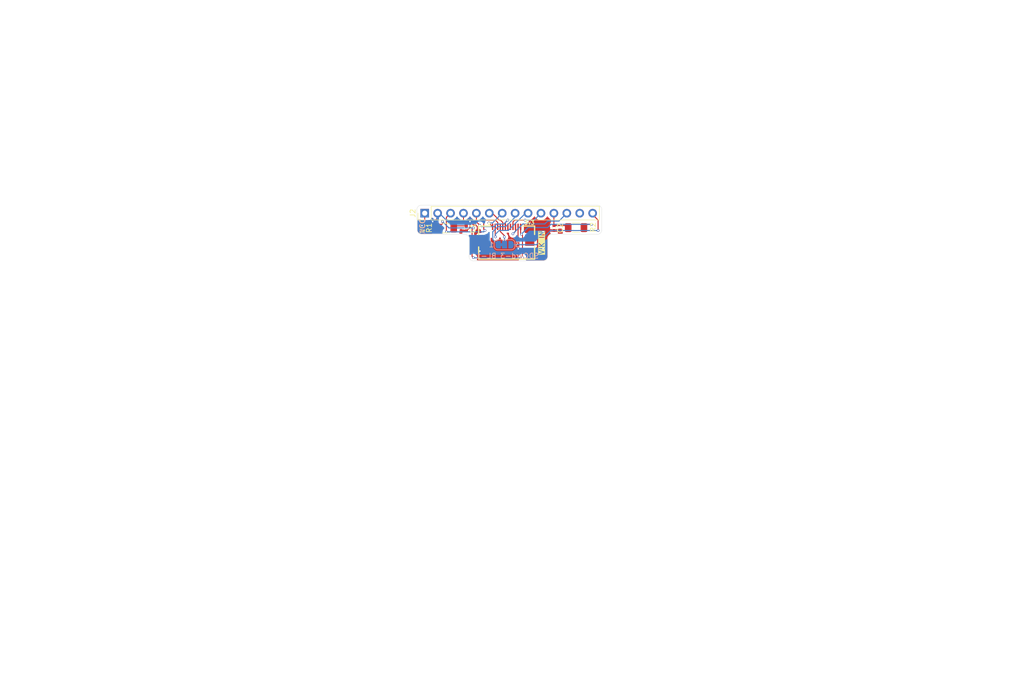
<source format=kicad_pcb>
(kicad_pcb (version 20221018) (generator pcbnew)
  (layers (0 "F.Cu" signal) (31 "B.Cu" signal) (34 "B.Paste" user) (35 "F.Paste" user) (36 "B.SilkS" user "B.Silkscreen") (37 "F.SilkS" user "F.Silkscreen") (38 "B.Mask" user) (39 "F.Mask" user) (44 "Edge.Cuts" user))
  (net 0 "")
  (net 1 "GND")
  (net 2 "+5V")
  (net 3 "rgb_led_in")
  (net 4 "GPIO_AD2")
  (net 5 "SDA")
  (net 6 "SCL")
  (net 7 "+3V3")
  (net 8 "MOSI")
  (net 9 "SPI_CS")
  (net 10 "MISO")
  (net 11 "SCLK")
  (net 12 "GPIO_AD1")
  (net 13 "Net-(J2-Pin_4)")
  (net 14 "Net-(J2-Pin_11)")
  (net 15 "Net-(J2-Pin_8)")
  (net 16 "Net-(J2-Pin_14)")
  (footprint "Connector_PinHeader_2.54mm:PinHeader_1x14_P2.54mm_Vertical" (layer "F.Cu") (at 158.07 100.49 90)
    (fp_text reference "J2" (at 0 -2.33 90) (layer "F.SilkS"))
    (fp_text value "Conn_01x14_Socket")
    (fp_line (start -1.33 -1.33) (end 0 -1.33) (stroke (width 0.12)) (layer "F.SilkS"))
    (fp_line (start -1.33 0) (end -1.33 -1.33) (stroke (width 0.12)) (layer "F.SilkS"))
    (fp_line (start -1.33 1.27) (end -1.33 34.35) (stroke (width 0.12)) (layer "F.SilkS"))
    (fp_line (start -1.33 1.27) (end 1.33 1.27) (stroke (width 0.12)) (layer "F.SilkS"))
    (fp_line (start -1.33 34.35) (end 1.33 34.35) (stroke (width 0.12)) (layer "F.SilkS"))
    (fp_line (start 1.33 1.27) (end 1.33 34.35) (stroke (width 0.12)) (layer "F.SilkS"))
    (pad "1" thru_hole rect (at 0 0 90) (size 1.7 1.7) (drill 1) (layers "*.Cu" "*.Mask") (net 7 "+3V3"))
    (pad "2" thru_hole oval (at 0 2.54 90) (size 1.7 1.7) (drill 1) (layers "*.Cu" "*.Mask") (net 1 "GND"))
    (pad "3" thru_hole oval (at 0 5.08 90) (size 1.7 1.7) (drill 1) (layers "*.Cu" "*.Mask") (net 9 "SPI_CS"))
    (pad "4" thru_hole oval (at 0 7.62 90) (size 1.7 1.7) (drill 1) (layers "*.Cu" "*.Mask") (net 13 "Net-(J2-Pin_4)"))
    (pad "5" thru_hole oval (at 0 10.16 90) (size 1.7 1.7) (drill 1) (layers "*.Cu" "*.Mask") (net 12 "GPIO_AD1"))
    (pad "6" thru_hole oval (at 0 12.7 90) (size 1.7 1.7) (drill 1) (layers "*.Cu" "*.Mask") (net 8 "MOSI"))
    (pad "7" thru_hole oval (at 0 15.24 90) (size 1.7 1.7) (drill 1) (layers "*.Cu" "*.Mask") (net 11 "SCLK"))
    (pad "8" thru_hole oval (at 0 17.78 90) (size 1.7 1.7) (drill 1) (layers "*.Cu" "*.Mask") (net 15 "Net-(J2-Pin_8)"))
    (pad "9" thru_hole oval (at 0 20.32 90) (size 1.7 1.7) (drill 1) (layers "*.Cu" "*.Mask") (net 10 "MISO"))
    (pad "10" thru_hole oval (at 0 22.86 90) (size 1.7 1.7) (drill 1) (layers "*.Cu" "*.Mask") (net 6 "SCL"))
    (pad "11" thru_hole oval (at 0 25.4 90) (size 1.7 1.7) (drill 1) (layers "*.Cu" "*.Mask") (net 14 "Net-(J2-Pin_11)"))
    (pad "12" thru_hole oval (at 0 27.94 90) (size 1.7 1.7) (drill 1) (layers "*.Cu" "*.Mask") (net 5 "SDA"))
    (pad "13" thru_hole oval (at 0 30.48 90) (size 1.7 1.7) (drill 1) (layers "*.Cu" "*.Mask"))
    (pad "14" thru_hole oval (at 0 33.02 90) (size 1.7 1.7) (drill 1) (layers "*.Cu" "*.Mask") (net 16 "Net-(J2-Pin_14)"))
  )
  (footprint "Capacitor_SMD:C_0402_1005Metric" (layer "F.Cu") (at 183.5 103.4 90)
    (fp_text reference "C2" (at -0.01 1.21 90) (layer "F.SilkS"))
    (fp_text value "1u")
    (fp_line (start -0.107836 -0.36) (end 0.107836 -0.36) (stroke (width 0.12)) (layer "F.SilkS"))
    (fp_line (start -0.107836 0.36) (end 0.107836 0.36) (stroke (width 0.12)) (layer "F.SilkS"))
    (pad "1" smd roundrect (at -0.48 0 90) (size 0.56 0.62) (layers "F.Cu" "F.Paste" "F.Mask") (net 1 "GND"))
    (pad "2" smd roundrect (at 0.48 0 90) (size 0.56 0.62) (layers "F.Cu" "F.Paste" "F.Mask") (net 14 "Net-(J2-Pin_11)"))
  )
  (footprint "Resistor_SMD:R_1206_3216Metric_Pad1.30x1.75mm_HandSolder" (layer "F.Cu") (at 162.23 103.43 180)
    (fp_text reference "R1" (at 3.28 0.05 90) (layer "F.SilkS"))
    (fp_text value "100k")
    (fp_line (start -0.727064 -0.91) (end 0.727064 -0.91) (stroke (width 0.12)) (layer "F.SilkS"))
    (fp_line (start -0.727064 0.91) (end 0.727064 0.91) (stroke (width 0.12)) (layer "F.SilkS"))
    (pad "1" smd roundrect (at -1.55 0 180) (size 1.3 1.75) (layers "F.Cu" "F.Paste" "F.Mask") (roundrect_rratio 0.1923076923) (net 13 "Net-(J2-Pin_4)"))
    (pad "2" smd roundrect (at 1.55 0 180) (size 1.3 1.75) (layers "F.Cu" "F.Paste" "F.Mask") (roundrect_rratio 0.1923076923) (net 7 "+3V3"))
  )
  (footprint "vik:vik-module-connector-horizontal" (layer "F.Cu") (at 174.175 105.214)
    (fp_text reference "J1" hide)
    (fp_text value "~")
    (fp_text user "VIK IN" (at 7.51 3.45 90 unlocked) (layer "F.SilkS" knockout) (effects (justify left bottom)))
    (fp_text user "3v3" (at 3.375 -2.414 unlocked) (layer "F.SilkS") (effects (font (size 0.75 0.75)) (justify left bottom)))
    (fp_line (start -5.5 -2.2) (end -3.131 -2.2) (stroke (width 0.254)) (layer "F.SilkS"))
    (fp_line (start -5.5 -0.539) (end -5.5 -2.2) (stroke (width 0.254)) (layer "F.SilkS"))
    (fp_line (start -5.5 4.295) (end -5.5 1.912) (stroke (width 0.254)) (layer "F.SilkS"))
    (fp_line (start 5.5 -2.2) (end 3.131 -2.2) (stroke (width 0.254)) (layer "F.SilkS"))
    (fp_line (start 5.5 -0.539) (end 5.5 -2.2) (stroke (width 0.254)) (layer "F.SilkS"))
    (fp_line (start 5.5 4.295) (end -5.5 4.295) (stroke (width 0.254)) (layer "F.SilkS"))
    (fp_line (start 5.5 4.295) (end 5.5 1.912) (stroke (width 0.254)) (layer "F.SilkS"))
    (fp_circle (center -3.429 -2.708) (end -3.302 -2.708) (stroke (width 0.254)) (fill none) (layer "F.SilkS"))
    (pad "1" smd rect (at -2.75 -2.038) (size 0.28 1.25) (layers "F.Cu" "F.Paste" "F.Mask") (net 11 "SCLK"))
    (pad "2" smd rect (at -2.25 -2.038) (size 0.28 1.25) (layers "F.Cu" "F.Paste" "F.Mask") (net 10 "MISO"))
    (pad "3" smd rect (at -1.75 -2.038) (size 0.28 1.25) (layers "F.Cu" "F.Paste" "F.Mask") (net 9 "SPI_CS"))
    (pad "4" smd rect (at -1.25 -2.038) (size 0.28 1.25) (layers "F.Cu" "F.Paste" "F.Mask") (net 4 "GPIO_AD2"))
    (pad "5" smd rect (at -0.75 -2.038) (size 0.28 1.25) (layers "F.Cu" "F.Paste" "F.Mask") (net 8 "MOSI"))
    (pad "6" smd rect (at -0.25 -2.038) (size 0.28 1.25) (layers "F.Cu" "F.Paste" "F.Mask") (net 12 "GPIO_AD1"))
    (pad "7" smd rect (at 0.25 -2.038) (size 0.28 1.25) (layers "F.Cu" "F.Paste" "F.Mask") (net 2 "+5V"))
    (pad "8" smd rect (at 0.75 -2.038) (size 0.28 1.25) (layers "F.Cu" "F.Paste" "F.Mask") (net 3 "rgb_led_in"))
    (pad "9" smd rect (at 1.25 -2.038) (size 0.28 1.25) (layers "F.Cu" "F.Paste" "F.Mask") (net 6 "SCL"))
    (pad "10" smd rect (at 1.75 -2.038) (size 0.28 1.25) (layers "F.Cu" "F.Paste" "F.Mask") (net 5 "SDA"))
    (pad "11" smd rect (at 2.25 -2.038) (size 0.28 1.25) (layers "F.Cu" "F.Paste" "F.Mask") (net 1 "GND"))
    (pad "12" smd rect (at 2.75 -2.038) (size 0.28 1.25) (layers "F.Cu" "F.Paste" "F.Mask") (net 7 "+3V3"))
    (pad "13" smd rect (at 4.55 0.686) (size 1.8 2) (layers "F.Cu" "F.Paste" "F.Mask"))
    (pad "14" smd rect (at -4.55 0.686) (size 1.8 2) (layers "F.Cu" "F.Paste" "F.Mask"))
  )
  (footprint "Capacitor_SMD:C_0402_1005Metric" (layer "F.Cu") (at 166.25 103.46 90)
    (fp_text reference "C1" (at 0 1.29 90) (layer "F.SilkS"))
    (fp_text value "1u")
    (fp_line (start -0.107836 -0.36) (end 0.107836 -0.36) (stroke (width 0.12)) (layer "F.SilkS"))
    (fp_line (start -0.107836 0.36) (end 0.107836 0.36) (stroke (width 0.12)) (layer "F.SilkS"))
    (pad "1" smd roundrect (at -0.48 0 90) (size 0.56 0.62) (layers "F.Cu" "F.Paste" "F.Mask") (net 1 "GND"))
    (pad "2" smd roundrect (at 0.48 0 90) (size 0.56 0.62) (layers "F.Cu" "F.Paste" "F.Mask") (net 13 "Net-(J2-Pin_4)"))
  )
  (footprint "Resistor_SMD:R_1206_3216Metric_Pad1.30x1.75mm_HandSolder" (layer "F.Cu") (at 187.83 103.33)
    (fp_text reference "R2" (at 3.35 -0.07 90) (layer "F.SilkS"))
    (fp_text value "100k")
    (fp_line (start -0.727064 -0.91) (end 0.727064 -0.91) (stroke (width 0.12)) (layer "F.SilkS"))
    (fp_line (start -0.727064 0.91) (end 0.727064 0.91) (stroke (width 0.12)) (layer "F.SilkS"))
    (pad "1" smd roundrect (at -1.55 0) (size 1.3 1.75) (layers "F.Cu" "F.Paste" "F.Mask") (roundrect_rratio 0.1923076923) (net 14 "Net-(J2-Pin_11)"))
    (pad "2" smd roundrect (at 1.55 0) (size 1.3 1.75) (layers "F.Cu" "F.Paste" "F.Mask") (roundrect_rratio 0.1923076923) (net 7 "+3V3"))
  )
  (footprint "Jumper:SolderJumper-3_P1.3mm_Bridged12_RoundedPad1.0x1.5mm_NumberLabels" (layer "B.Cu") (at 173.766 106.68)
    (fp_text reference "JP1" hide)
    (fp_text value "SolderJumper_3_Bridged12")
    (fp_text user "3" (at 2.6 0) (layer "B.SilkS") (effects (justify mirror)))
    (fp_text user "1" (at -2.6 0) (layer "B.SilkS") (effects (justify mirror)))
    (fp_poly (pts (xy -0.9 0.3) (xy -0.4 0.3) (xy -0.4 -0.3) (xy -0.9 -0.3)) (fill solid) (layer "B.Cu"))
    (fp_line (start -2.05 -0.3) (end -2.05 0.3) (stroke (width 0.12)) (layer "B.SilkS"))
    (fp_line (start -1.4 1) (end 1.4 1) (stroke (width 0.12)) (layer "B.SilkS"))
    (fp_line (start 1.4 -1) (end -1.4 -1) (stroke (width 0.12)) (layer "B.SilkS"))
    (fp_line (start 2.05 0.3) (end 2.05 -0.3) (stroke (width 0.12)) (layer "B.SilkS"))
    (fp_arc (start -2.05 -0.3) (mid -1.844975 -0.794975) (end -1.35 -1) (stroke (width 0.12)) (layer "B.SilkS"))
    (fp_arc (start -1.35 1) (mid -1.844975 0.794975) (end -2.05 0.3) (stroke (width 0.12)) (layer "B.SilkS"))
    (fp_arc (start 1.35 -1) (mid 1.844975 -0.794975) (end 2.05 -0.3) (stroke (width 0.12)) (layer "B.SilkS"))
    (fp_arc (start 2.05 0.3) (mid 1.844975 0.794975) (end 1.35 1) (stroke (width 0.12)) (layer "B.SilkS"))
    (pad "1" smd custom (at -1.3 0) (size 1 0.5) (layers "B.Cu" "B.Mask") (net 15 "Net-(J2-Pin_8)") (options (clearance outline) (anchor rect)) (primitives (gr_poly (pts (xy 0.55 -0.75) (xy 0 -0.75) (xy 0 0.75) (xy 0.55 0.75)) (width 0) (fill yes)) (gr_circle (center 0 -0.25) (end 0.5 -0.25) (width 0) (fill yes)) (gr_circle (center 0 0.25) (end 0.5 0.25) (width 0) (fill yes))))
    (pad "2" smd rect (at 0 0) (size 1 1.5) (layers "B.Cu" "B.Mask") (net 4 "GPIO_AD2"))
    (pad "3" smd custom (at 1.3 0) (size 1 0.5) (layers "B.Cu" "B.Mask") (net 16 "Net-(J2-Pin_14)") (options (clearance outline) (anchor rect)) (primitives (gr_circle (center 0 -0.25) (end 0.5 -0.25) (width 0) (fill yes)) (gr_circle (center 0 0.25) (end 0.5 0.25) (width 0) (fill yes)) (gr_poly (pts (xy 0 -0.75) (xy -0.55 -0.75) (xy -0.55 0.75) (xy 0 0.75)) (width 0) (fill yes))))
  )
  (gr_line (start 165.9 104.64) (end 157.41 104.64) (stroke (width 0.05)) (layer "Edge.Cuts"))
  (gr_line (start 167.65 109.875) (end 181.425 109.875) (stroke (width 0.05)) (layer "Edge.Cuts"))
  (gr_line (start 182.3 105.515) (end 182.3 109) (stroke (width 0.05)) (layer "Edge.Cuts"))
  (gr_line (start 166.775 105.515) (end 166.775 109) (stroke (width 0.05)) (layer "Edge.Cuts"))
  (gr_arc (start 182.3 109) (mid 182.043718 109.618718) (end 181.425 109.875) (stroke (width 0.05)) (layer "Edge.Cuts"))
  (gr_arc (start 167.65 109.875) (mid 167.031282 109.618718) (end 166.775 109) (stroke (width 0.05)) (layer "Edge.Cuts"))
  (gr_line (start 192.015 104.64) (end 183.175 104.64) (stroke (width 0.05)) (layer "Edge.Cuts"))
  (gr_arc (start 182.3 105.515) (mid 182.556282 104.896282) (end 183.175 104.64) (stroke (width 0.05)) (layer "Edge.Cuts"))
  (gr_line (start 192.015 98.9) (end 157.41 98.9) (stroke (width 0.05)) (layer "Edge.Cuts"))
  (gr_arc (start 192.015 98.9) (mid 192.638896 99.168782) (end 192.89 99.8) (stroke (width 0.05)) (layer "Edge.Cuts"))
  (gr_line (start 192.89 99.8) (end 192.89 103.765) (stroke (width 0.05)) (layer "Edge.Cuts"))
  (gr_arc (start 192.89 103.765) (mid 192.633718 104.383718) (end 192.015 104.64) (stroke (width 0.05)) (layer "Edge.Cuts"))
  (gr_arc (start 165.9 104.64) (mid 166.518718 104.896282) (end 166.775 105.515) (stroke (width 0.05)) (layer "Edge.Cuts"))
  (gr_arc (start 157.41 104.64) (mid 156.791282 104.383718) (end 156.535 103.765) (stroke (width 0.05)) (layer "Edge.Cuts"))
  (gr_line (start 156.535 99.775) (end 156.535 103.765) (stroke (width 0.05)) (layer "Edge.Cuts"))
  (gr_arc (start 156.535 99.775) (mid 156.791282 99.156282) (end 157.41 98.9) (stroke (width 0.05)) (layer "Edge.Cuts"))
  (gr_text "SDCard-3 BL-1" (at 180.594 109.474) (layer "B.SilkS") (effects (font (size 1 1)) (justify left bottom mirror)))
  (gr_text "VCC" (at 156.94 104.55 -90) (layer "B.SilkS") (effects (font (size 1 1)) (justify left bottom mirror)))
  (gr_text "VCC" (at 158.23 104.49 90) (layer "F.SilkS") (effects (font (size 1 1)) (justify left bottom)))
  (segment (start 168.402 103.124) (end 168.106 102.828) (width 0.2) (layer "F.Cu") (net 1))
  (segment (start 167.894 104.14) (end 168.402 103.632) (width 0.2) (layer "F.Cu") (net 1))
  (segment (start 176.425 103.176) (end 176.425 107.435) (width 0.2) (layer "F.Cu") (net 1))
  (segment (start 160.61 101.4) (end 159.88 102.13) (width 0.2) (layer "F.Cu") (net 1))
  (segment (start 176.425 107.435) (end 176.46 107.47) (width 0.2) (layer "F.Cu") (net 1))
  (segment (start 166.316 103.94) (end 166.97 103.286) (width 0.2) (layer "F.Cu") (net 1))
  (segment (start 168.402 103.632) (end 168.402 103.124) (width 0.2) (layer "F.Cu") (net 1))
  (segment (start 168.106 102.828) (end 167.678 102.828) (width 0.2) (layer "F.Cu") (net 1))
  (segment (start 167.678 102.828) (end 166.97 102.12) (width 0.2) (layer "F.Cu") (net 1))
  (segment (start 167.894 104.394) (end 167.894 104.14) (width 0.2) (layer "F.Cu") (net 1))
  (segment (start 166.25 103.94) (end 166.316 103.94) (width 0.2) (layer "F.Cu") (net 1))
  (segment (start 160.61 100.49) (end 160.61 101.4) (width 0.2) (layer "F.Cu") (net 1))
  (segment (start 159.88 102.13) (end 159.63 102.13) (width 0.2) (layer "F.Cu") (net 1))
  (segment (start 166.97 103.286) (end 166.97 102.12) (width 0.2) (layer "F.Cu") (net 1))
  (segment (start 167.894 106.934) (end 167.894 104.394) (width 0.2) (layer "F.Cu") (net 1))
  (segment (start 181.356 107.442) (end 181.356 104.14) (width 0.2) (layer "F.Cu") (net 1))
  (segment (start 168.91 107.95) (end 167.894 106.934) (width 0.2) (layer "F.Cu") (net 1))
  (via (at 157.53 102.92) (size 0.5) (drill 0.3) (layers "F.Cu" "B.Cu") (net 1))
  (via (at 159.63 102.13) (size 0.5) (drill 0.3) (layers "F.Cu" "B.Cu") (net 1))
  (via (at 166.97 102.12) (size 0.5) (drill 0.3) (layers "F.Cu" "B.Cu") (net 1))
  (via (at 181.356 104.14) (size 0.5) (drill 0.3) (layers "F.Cu" "B.Cu") (net 1))
  (via (at 168.91 107.95) (size 0.5) (drill 0.3) (layers "F.Cu" "B.Cu") (net 1))
  (via (at 181.356 107.442) (size 0.5) (drill 0.3) (layers "F.Cu" "B.Cu") (net 1))
  (via (at 176.46 107.47) (size 0.5) (drill 0.3) (layers "F.Cu" "B.Cu") (net 1))
  (segment (start 166.958 102.108) (end 162.56 102.108) (width 0.2) (layer "B.Cu") (net 1))
  (segment (start 160.942 100.49) (end 160.61 100.49) (width 0.2) (layer "B.Cu") (net 1))
  (segment (start 176.46 107.47) (end 181.328 107.47) (width 0.2) (layer "B.Cu") (net 1))
  (segment (start 162.56 102.108) (end 160.942 100.49) (width 0.2) (layer "B.Cu") (net 1))
  (segment (start 181.328 107.47) (end 181.356 107.442) (width 0.2) (layer "B.Cu") (net 1))
  (segment (start 166.97 102.12) (end 166.958 102.108) (width 0.2) (layer "B.Cu") (net 1))
  (segment (start 172.925 104.091) (end 173.482 104.648) (width 0.2) (layer "F.Cu") (net 4))
  (segment (start 172.925 103.176) (end 172.925 104.091) (width 0.2) (layer "F.Cu") (net 4))
  (segment (start 173.482 104.648) (end 173.736 104.902) (width 0.2) (layer "F.Cu") (net 4))
  (segment (start 173.736 104.902) (end 173.736 105.156) (width 0.2) (layer "F.Cu") (net 4))
  (via (at 173.736 105.156) (size 0.5) (drill 0.3) (layers "F.Cu" "B.Cu") (net 4))
  (segment (start 173.766 106.68) (end 173.766 105.186) (width 0.2) (layer "B.Cu") (net 4))
  (segment (start 173.766 105.186) (end 173.736 105.156) (width 0.2) (layer "B.Cu") (net 4))
  (segment (start 175.925 104.035) (end 175.41 104.55) (width 0.2) (layer "F.Cu") (net 5))
  (segment (start 175.925 103.176) (end 175.925 104.035) (width 0.2) (layer "F.Cu") (net 5))
  (via (at 175.41 104.55) (size 0.5) (drill 0.3) (layers "F.Cu" "B.Cu") (net 5))
  (segment (start 181.69 102.6) (end 182.25 102.04) (width 0.2) (layer "B.Cu") (net 5))
  (segment (start 175.41 104.55) (end 177.36 102.6) (width 0.2) (layer "B.Cu") (net 5))
  (segment (start 186.01 100.49) (end 184.46 102.04) (width 0.2) (layer "B.Cu") (net 5))
  (segment (start 177.36 102.6) (end 181.69 102.6) (width 0.2) (layer "B.Cu") (net 5))
  (segment (start 184.46 102.04) (end 182.25 102.04) (width 0.2) (layer "B.Cu") (net 5))
  (segment (start 177.8 101.854) (end 175.756 101.854) (width 0.2) (layer "F.Cu") (net 6))
  (segment (start 175.756 101.854) (end 175.425 102.185) (width 0.2) (layer "F.Cu") (net 6))
  (segment (start 175.425 102.185) (end 175.425 103.176) (width 0.2) (layer "F.Cu") (net 6))
  (via (at 177.8 101.854) (size 0.5) (drill 0.3) (layers "F.Cu" "B.Cu") (net 6))
  (segment (start 179.572 101.848) (end 180.93 100.49) (width 0.2) (layer "B.Cu") (net 6))
  (segment (start 179.566 101.854) (end 179.572 101.848) (width 0.2) (layer "B.Cu") (net 6))
  (segment (start 177.8 101.854) (end 179.566 101.854) (width 0.2) (layer "B.Cu") (net 6))
  (segment (start 167.64 109.22) (end 167.386 108.966) (width 0.2) (layer "F.Cu") (net 7))
  (segment (start 160.68 103.43) (end 159.27 103.43) (width 0.2) (layer "F.Cu") (net 7))
  (segment (start 176.925 103.176) (end 176.925 104.475) (width 0.2) (layer "F.Cu") (net 7))
  (segment (start 167.386 108.966) (end 167.386 103.632) (width 0.2) (layer "F.Cu") (net 7))
  (segment (start 161.544 102.566) (end 160.68 103.43) (width 0.2) (layer "F.Cu") (net 7))
  (segment (start 177.292 104.842) (end 177.292 109.22) (width 0.2) (layer "F.Cu") (net 7))
  (segment (start 167.386 103.632) (end 167.64 103.378) (width 0.2) (layer "F.Cu") (net 7))
  (segment (start 190.03 102.68) (end 189.38 103.33) (width 0.2) (layer "F.Cu") (net 7))
  (segment (start 161.544 102.108) (end 161.544 102.566) (width 0.2) (layer "F.Cu") (net 7))
  (segment (start 190.89 102.68) (end 190.03 102.68) (width 0.2) (layer "F.Cu") (net 7))
  (segment (start 158.07 102.23) (end 158.07 100.49) (width 0.2) (layer "F.Cu") (net 7))
  (segment (start 176.925 104.475) (end 177.07 104.62) (width 0.2) (layer "F.Cu") (net 7))
  (segment (start 159.27 103.43) (end 158.07 102.23) (width 0.2) (layer "F.Cu") (net 7))
  (segment (start 177.07 104.62) (end 177.292 104.842) (width 0.2) (layer "F.Cu") (net 7))
  (via (at 161.544 102.108) (size 0.5) (drill 0.3) (layers "F.Cu" "B.Cu") (net 7))
  (via (at 177.07 104.62) (size 0.5) (drill 0.3) (layers "F.Cu" "B.Cu") (net 7))
  (via (at 190.89 102.68) (size 0.5) (drill 0.3) (layers "F.Cu" "B.Cu") (net 7))
  (via (at 177.292 109.22) (size 0.5) (drill 0.3) (layers "F.Cu" "B.Cu") (net 7))
  (via (at 167.64 103.378) (size 0.5) (drill 0.3) (layers "F.Cu" "B.Cu") (net 7))
  (via (at 167.64 109.22) (size 0.5) (drill 0.3) (layers "F.Cu" "B.Cu") (net 7))
  (segment (start 177.292 109.22) (end 177.246439 109.265561) (width 0.2) (layer "B.Cu") (net 7))
  (segment (start 177.07 104.62) (end 178.38 103.31) (width 0.2) (layer "B.Cu") (net 7))
  (segment (start 162.814 103.378) (end 162.306 102.87) (width 0.2) (layer "B.Cu") (net 7))
  (segment (start 182.86 102.68) (end 190.89 102.68) (width 0.2) (layer "B.Cu") (net 7))
  (segment (start 167.685561 109.265561) (end 167.64 109.22) (width 0.2) (layer "B.Cu") (net 7))
  (segment (start 182.23 103.31) (end 182.69 102.85) (width 0.2) (layer "B.Cu") (net 7))
  (segment (start 181.52 103.31) (end 182.23 103.31) (width 0.2) (layer "B.Cu") (net 7))
  (segment (start 162.306 102.87) (end 161.544 102.108) (width 0.2) (layer "B.Cu") (net 7))
  (segment (start 177.246439 109.265561) (end 167.685561 109.265561) (width 0.2) (layer "B.Cu") (net 7))
  (segment (start 167.64 103.378) (end 162.814 103.378) (width 0.2) (layer "B.Cu") (net 7))
  (segment (start 178.38 103.31) (end 181.52 103.31) (width 0.2) (layer "B.Cu") (net 7))
  (segment (start 182.69 102.85) (end 182.86 102.68) (width 0.2) (layer "B.Cu") (net 7))
  (segment (start 171.356 100.49) (end 170.77 100.49) (width 0.2) (layer "F.Cu") (net 8))
  (segment (start 173.425 103.176) (end 173.425 102.311) (width 0.2) (layer "F.Cu") (net 8))
  (segment (start 172.968 101.854) (end 172.72 101.854) (width 0.2) (layer "F.Cu") (net 8))
  (segment (start 172.72 101.854) (end 171.356 100.49) (width 0.2) (layer "F.Cu") (net 8))
  (segment (start 173.425 102.311) (end 172.968 101.854) (width 0.2) (layer "F.Cu") (net 8))
  (segment (start 171.968 101.854) (end 169.926 101.854) (width 0.2) (layer "F.Cu") (net 9))
  (segment (start 169.672 103.632) (end 169.926 103.886) (width 0.2) (layer "F.Cu") (net 9))
  (segment (start 162.33 101.31) (end 163.15 100.49) (width 0.2) (layer "F.Cu") (net 9))
  (segment (start 169.926 101.854) (end 169.672 102.108) (width 0.2) (layer "F.Cu") (net 9))
  (segment (start 162.33 104.15) (end 162.33 101.31) (width 0.2) (layer "F.Cu") (net 9))
  (segment (start 172.425 103.176) (end 172.425 102.311) (width 0.2) (layer "F.Cu") (net 9))
  (segment (start 172.425 102.311) (end 171.968 101.854) (width 0.2) (layer "F.Cu") (net 9))
  (segment (start 169.672 102.108) (end 169.672 103.632) (width 0.2) (layer "F.Cu") (net 9))
  (via (at 169.926 103.886) (size 0.5) (drill 0.3) (layers "F.Cu" "B.Cu") (net 9))
  (via (at 162.33 104.15) (size 0.5) (drill 0.3) (layers "F.Cu" "B.Cu") (net 9))
  (segment (start 169.926 103.886) (end 169.662 104.15) (width 0.2) (layer "B.Cu") (net 9))
  (segment (start 169.662 104.15) (end 162.33 104.15) (width 0.2) (layer "B.Cu") (net 9))
  (segment (start 171.925 103.176) (end 171.925 105.0815) (width 0.2) (layer "F.Cu") (net 10))
  (segment (start 171.925 105.0815) (end 171.9995 105.156) (width 0.2) (layer "F.Cu") (net 10))
  (via (at 171.9995 105.156) (size 0.5) (drill 0.3) (layers "F.Cu" "B.Cu") (net 10))
  (segment (start 171.9995 105.156) (end 171.9995 104.6065) (width 0.2) (layer "B.Cu") (net 10))
  (segment (start 172.72 103.886) (end 174.498 103.886) (width 0.2) (layer "B.Cu") (net 10))
  (segment (start 171.9995 104.6065) (end 172.72 103.886) (width 0.2) (layer "B.Cu") (net 10))
  (segment (start 177.894 100.49) (end 178.39 100.49) (width 0.2) (layer "B.Cu") (net 10))
  (segment (start 174.498 103.886) (end 177.894 100.49) (width 0.2) (layer "B.Cu") (net 10))
  (segment (start 171.425 103.176) (end 171.425 103.1405) (width 0.2) (layer "F.Cu") (net 11))
  (segment (start 171.425 103.1405) (end 170.688 102.4035) (width 0.2) (layer "F.Cu") (net 11))
  (via (at 170.688 102.4035) (size 0.5) (drill 0.3) (layers "F.Cu" "B.Cu") (net 11))
  (segment (start 171.3965 102.4035) (end 173.31 100.49) (width 0.2) (layer "B.Cu") (net 11))
  (segment (start 170.688 102.4035) (end 171.3965 102.4035) (width 0.2) (layer "B.Cu") (net 11))
  (segment (start 168.23 102.19) (end 168.23 100.49) (width 0.2) (layer "F.Cu") (net 12))
  (segment (start 173.925 102.315) (end 174.4 101.84) (width 0.2) (layer "F.Cu") (net 12))
  (segment (start 173.925 103.176) (end 173.925 102.315) (width 0.2) (layer "F.Cu") (net 12))
  (segment (start 168.91 102.87) (end 168.23 102.19) (width 0.2) (layer "F.Cu") (net 12))
  (via (at 168.91 102.87) (size 0.5) (drill 0.3) (layers "F.Cu" "B.Cu") (net 12))
  (via (at 174.4 101.84) (size 0.5) (drill 0.3) (layers "F.Cu" "B.Cu") (net 12))
  (segment (start 173.624 102.616) (end 172.212 102.616) (width 0.2) (layer "B.Cu") (net 12))
  (segment (start 174.4 101.84) (end 173.624 102.616) (width 0.2) (layer "B.Cu") (net 12))
  (segment (start 169.164 103.124) (end 168.91 102.87) (width 0.2) (layer "B.Cu") (net 12))
  (segment (start 172.212 102.616) (end 171.704 103.124) (width 0.2) (layer "B.Cu") (net 12))
  (segment (start 171.704 103.124) (end 169.164 103.124) (width 0.2) (layer "B.Cu") (net 12))
  (segment (start 165.69 102.42) (end 166.25 102.98) (width 0.2) (layer "F.Cu") (net 13))
  (segment (start 164.23 102.98) (end 163.78 103.43) (width 0.2) (layer "F.Cu") (net 13))
  (segment (start 165.69 100.49) (end 165.69 102.42) (width 0.2) (layer "F.Cu") (net 13))
  (segment (start 166.25 102.98) (end 164.23 102.98) (width 0.2) (layer "F.Cu") (net 13))
  (segment (start 183.47 102.89) (end 183.47 100.49) (width 0.2) (layer "F.Cu") (net 14))
  (segment (start 186.28 103.33) (end 185.87 102.92) (width 0.2) (layer "F.Cu") (net 14))
  (segment (start 185.87 102.92) (end 183.5 102.92) (width 0.2) (layer "F.Cu") (net 14))
  (segment (start 183.5 102.92) (end 183.47 102.89) (width 0.2) (layer "F.Cu") (net 14))
  (segment (start 172.466 106.68) (end 171.45 105.664) (width 0.2) (layer "B.Cu") (net 15))
  (segment (start 175.85 101.264) (end 175.85 100.49) (width 0.2) (layer "B.Cu") (net 15))
  (segment (start 171.45 105.664) (end 171.45 104.14) (width 0.2) (layer "B.Cu") (net 15))
  (segment (start 171.45 104.14) (end 172.466 103.124) (width 0.2) (layer "B.Cu") (net 15))
  (segment (start 172.466 103.124) (end 173.99 103.124) (width 0.2) (layer "B.Cu") (net 15))
  (segment (start 173.99 103.124) (end 175.85 101.264) (width 0.2) (layer "B.Cu") (net 15))
  (segment (start 191.64 101.33) (end 192.16 101.85) (width 0.2) (layer "F.Cu") (net 16))
  (segment (start 191.09 100.78) (end 191.64 101.33) (width 0.2) (layer "F.Cu") (net 16))
  (segment (start 191.09 100.49) (end 191.09 100.78) (width 0.2) (layer "F.Cu") (net 16))
  (segment (start 192.16 101.85) (end 192.16 103.9) (width 0.2) (layer "F.Cu") (net 16))
  (via (at 192.16 103.9) (size 0.5) (drill 0.3) (layers "F.Cu" "B.Cu") (net 16))
  (segment (start 175.066 106.68) (end 180.06 106.68) (width 0.2) (layer "B.Cu") (net 16))
  (segment (start 180.06 106.68) (end 182.84 103.9) (width 0.2) (layer "B.Cu") (net 16))
  (segment (start 192.16 103.9) (end 182.84 103.9) (width 0.2) (layer "B.Cu") (net 16))
  (zone (net 1) (net_name "GND") (layers "F&B.Cu") (connect_pads (clearance 0.508)) (min_thickness 0.254) (fill yes (thermal_gap 0.508) (thermal_bridge_width 0.508))
    (polygon (pts (xy 275.91 59.07) (xy 275.59 193.26) (xy 74.78 194.21) (xy 74.56 58.57)))
  )
)
</source>
